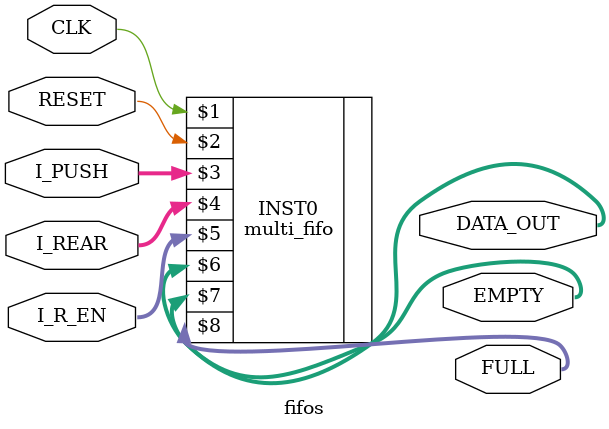
<source format=v>
`timescale 1ns / 1ps
module fifos (CLK, RESET, I_PUSH, I_REAR, I_R_EN, DATA_OUT, EMPTY, FULL);
    parameter 	NO_FIFO	= 4;
	parameter	WIDTH		= 16;	
	
	input								CLK, RESET;
	input		[NO_FIFO-1:0]			I_R_EN;
	input		[NO_FIFO-1:0]			I_PUSH;
	input		[NO_FIFO*WIDTH-1:0]	I_REAR;

	output	    [NO_FIFO*WIDTH-1:0]	DATA_OUT;
	output	    [NO_FIFO-1:0] 			FULL;
	output	    [NO_FIFO-1:0]			EMPTY;
    multi_fifo INST0 (
                        CLK, 
                        RESET, 
                        I_PUSH, 
                        I_REAR, 
                        I_R_EN, 
                        DATA_OUT, 
                        EMPTY, 
                        FULL
                   );
endmodule

</source>
